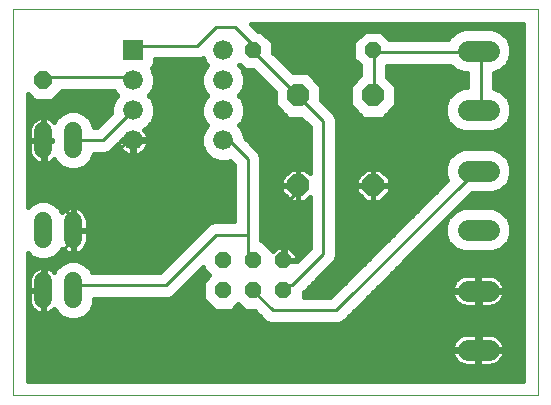
<source format=gtl>
G75*
%MOIN*%
%OFA0B0*%
%FSLAX25Y25*%
%IPPOS*%
%LPD*%
%AMOC8*
5,1,8,0,0,1.08239X$1,22.5*
%
%ADD10C,0.00000*%
%ADD11C,0.06000*%
%ADD12OC8,0.07500*%
%ADD13C,0.07050*%
%ADD14OC8,0.05200*%
%ADD15OC8,0.05600*%
%ADD16OC8,0.06000*%
%ADD17R,0.06600X0.06600*%
%ADD18C,0.06600*%
%ADD19C,0.01000*%
%ADD20C,0.01600*%
D10*
X0001800Y0001800D02*
X0001800Y0130501D01*
X0176721Y0130501D01*
X0176721Y0001800D01*
X0001800Y0001800D01*
D11*
X0011800Y0033800D02*
X0011800Y0039800D01*
X0021800Y0039800D02*
X0021800Y0033800D01*
X0021800Y0053800D02*
X0021800Y0059800D01*
X0011800Y0059800D02*
X0011800Y0053800D01*
X0011800Y0083800D02*
X0011800Y0089800D01*
X0021800Y0089800D02*
X0021800Y0083800D01*
D12*
X0096800Y0071800D03*
X0121800Y0071800D03*
X0121800Y0101800D03*
X0096800Y0101800D03*
D13*
X0153275Y0096957D02*
X0160325Y0096957D01*
X0160325Y0116643D02*
X0153275Y0116643D01*
X0153275Y0076643D02*
X0160325Y0076643D01*
X0160325Y0056957D02*
X0153275Y0056957D01*
X0153275Y0036643D02*
X0160325Y0036643D01*
X0160325Y0016957D02*
X0153275Y0016957D01*
D14*
X0121800Y0116800D03*
X0081800Y0116800D03*
D15*
X0081800Y0046800D03*
X0071800Y0046800D03*
X0071800Y0036800D03*
X0081800Y0036800D03*
X0091800Y0036800D03*
X0091800Y0046800D03*
D16*
X0011800Y0106800D03*
D17*
X0041800Y0116800D03*
D18*
X0041800Y0106800D03*
X0041800Y0096800D03*
X0041800Y0086800D03*
X0071800Y0086800D03*
X0071800Y0096800D03*
X0071800Y0106800D03*
X0071800Y0116800D03*
D19*
X0069500Y0124600D02*
X0063200Y0118300D01*
X0042200Y0118300D01*
X0041800Y0116800D01*
X0040100Y0107800D02*
X0041800Y0106800D01*
X0040100Y0107800D02*
X0012800Y0107800D01*
X0011800Y0106800D01*
X0011800Y0086800D02*
X0012800Y0086800D01*
X0012800Y0076300D01*
X0029600Y0076300D01*
X0040100Y0086800D01*
X0041800Y0086800D01*
X0040100Y0095200D02*
X0041800Y0096800D01*
X0040100Y0095200D02*
X0031700Y0086800D01*
X0021800Y0086800D01*
X0012800Y0076300D02*
X0012800Y0070000D01*
X0021200Y0061600D01*
X0021200Y0057400D01*
X0021800Y0056800D01*
X0023300Y0055300D01*
X0012800Y0044800D01*
X0012800Y0038500D01*
X0011800Y0036800D01*
X0021800Y0036800D02*
X0023300Y0038500D01*
X0052700Y0038500D01*
X0069500Y0055300D01*
X0080000Y0055300D01*
X0080000Y0046900D01*
X0081800Y0046800D01*
X0080000Y0055300D02*
X0080000Y0080500D01*
X0073700Y0086800D01*
X0071800Y0086800D01*
X0096800Y0101500D02*
X0096800Y0101800D01*
X0096800Y0101500D02*
X0105200Y0093100D01*
X0105200Y0049000D01*
X0094700Y0038500D01*
X0092600Y0038500D01*
X0091800Y0036800D01*
X0088400Y0030100D02*
X0109400Y0030100D01*
X0155600Y0076300D01*
X0156800Y0076643D01*
X0156800Y0096957D02*
X0157700Y0097300D01*
X0157700Y0116200D01*
X0156800Y0116643D01*
X0155600Y0116200D01*
X0122000Y0116200D01*
X0121800Y0116800D01*
X0122000Y0116200D02*
X0122000Y0103600D01*
X0121800Y0101800D01*
X0096800Y0101500D02*
X0082100Y0116200D01*
X0081800Y0116800D01*
X0082100Y0118300D01*
X0075800Y0124600D01*
X0069500Y0124600D01*
X0096800Y0071800D02*
X0096800Y0070000D01*
X0092600Y0065800D01*
X0092600Y0046900D01*
X0091800Y0046800D01*
X0081800Y0036800D02*
X0082100Y0036400D01*
X0088400Y0030100D01*
X0156800Y0036643D02*
X0157700Y0036400D01*
X0157700Y0017500D01*
X0156800Y0016957D01*
D20*
X0157175Y0016967D02*
X0171921Y0016967D01*
X0171921Y0018566D02*
X0165401Y0018566D01*
X0165519Y0018204D02*
X0165260Y0019002D01*
X0164879Y0019748D01*
X0164387Y0020426D01*
X0163794Y0021019D01*
X0163116Y0021512D01*
X0162369Y0021892D01*
X0161572Y0022151D01*
X0160744Y0022282D01*
X0157175Y0022282D01*
X0157175Y0017333D01*
X0156425Y0017333D01*
X0156425Y0022282D01*
X0152856Y0022282D01*
X0152028Y0022151D01*
X0151231Y0021892D01*
X0150484Y0021512D01*
X0149806Y0021019D01*
X0149213Y0020426D01*
X0148721Y0019748D01*
X0148340Y0019002D01*
X0148081Y0018204D01*
X0147950Y0017377D01*
X0147950Y0017332D01*
X0156425Y0017332D01*
X0156425Y0016582D01*
X0157175Y0016582D01*
X0157175Y0011632D01*
X0160744Y0011632D01*
X0161572Y0011764D01*
X0162369Y0012023D01*
X0163116Y0012403D01*
X0163794Y0012896D01*
X0164387Y0013488D01*
X0164879Y0014167D01*
X0165260Y0014913D01*
X0165519Y0015711D01*
X0165650Y0016538D01*
X0165650Y0016582D01*
X0157175Y0016582D01*
X0157175Y0017332D01*
X0165650Y0017332D01*
X0165650Y0017377D01*
X0165519Y0018204D01*
X0164577Y0020164D02*
X0171921Y0020164D01*
X0171921Y0021763D02*
X0162623Y0021763D01*
X0157175Y0021763D02*
X0156425Y0021763D01*
X0156425Y0020164D02*
X0157175Y0020164D01*
X0157175Y0018566D02*
X0156425Y0018566D01*
X0156425Y0016967D02*
X0006600Y0016967D01*
X0006600Y0018566D02*
X0148199Y0018566D01*
X0149023Y0020164D02*
X0006600Y0020164D01*
X0006600Y0021763D02*
X0150977Y0021763D01*
X0147950Y0016582D02*
X0147950Y0016538D01*
X0148081Y0015711D01*
X0148340Y0014913D01*
X0148721Y0014167D01*
X0149213Y0013488D01*
X0149806Y0012896D01*
X0150484Y0012403D01*
X0151231Y0012023D01*
X0152028Y0011764D01*
X0152856Y0011632D01*
X0156425Y0011632D01*
X0156425Y0016582D01*
X0147950Y0016582D01*
X0148192Y0015369D02*
X0006600Y0015369D01*
X0006600Y0013770D02*
X0149009Y0013770D01*
X0150938Y0012172D02*
X0006600Y0012172D01*
X0006600Y0010573D02*
X0171921Y0010573D01*
X0171921Y0008975D02*
X0006600Y0008975D01*
X0006600Y0007376D02*
X0171921Y0007376D01*
X0171921Y0006600D02*
X0006600Y0006600D01*
X0006600Y0049101D01*
X0007835Y0047866D01*
X0010408Y0046800D01*
X0013192Y0046800D01*
X0015765Y0047866D01*
X0017734Y0049835D01*
X0018102Y0050723D01*
X0018139Y0050673D01*
X0018673Y0050139D01*
X0019284Y0049695D01*
X0019957Y0049352D01*
X0020676Y0049118D01*
X0021422Y0049000D01*
X0021600Y0049000D01*
X0021600Y0056600D01*
X0022000Y0056600D01*
X0022000Y0057000D01*
X0021600Y0057000D01*
X0021600Y0064600D01*
X0021422Y0064600D01*
X0020676Y0064482D01*
X0019957Y0064248D01*
X0019284Y0063905D01*
X0018673Y0063461D01*
X0018139Y0062927D01*
X0018102Y0062877D01*
X0017734Y0063765D01*
X0015765Y0065734D01*
X0013192Y0066800D01*
X0010408Y0066800D01*
X0007835Y0065734D01*
X0006600Y0064499D01*
X0006600Y0102101D01*
X0008901Y0099800D01*
X0014699Y0099800D01*
X0018199Y0103300D01*
X0035348Y0103300D01*
X0035611Y0102665D01*
X0036476Y0101800D01*
X0035611Y0100935D01*
X0034500Y0098252D01*
X0034500Y0095964D01*
X0029836Y0091300D01*
X0028755Y0091300D01*
X0027734Y0093765D01*
X0025765Y0095734D01*
X0023192Y0096800D01*
X0020408Y0096800D01*
X0017835Y0095734D01*
X0015866Y0093765D01*
X0015498Y0092877D01*
X0015461Y0092927D01*
X0014927Y0093461D01*
X0014316Y0093905D01*
X0013643Y0094248D01*
X0012924Y0094482D01*
X0012178Y0094600D01*
X0012000Y0094600D01*
X0012000Y0087000D01*
X0011600Y0087000D01*
X0011600Y0094600D01*
X0011422Y0094600D01*
X0010676Y0094482D01*
X0009957Y0094248D01*
X0009284Y0093905D01*
X0008673Y0093461D01*
X0008139Y0092927D01*
X0007695Y0092316D01*
X0007352Y0091643D01*
X0007118Y0090924D01*
X0007000Y0090178D01*
X0007000Y0087000D01*
X0011600Y0087000D01*
X0011600Y0086600D01*
X0012000Y0086600D01*
X0014800Y0086600D01*
X0014800Y0087000D01*
X0012000Y0087000D01*
X0012000Y0086600D01*
X0012000Y0079000D01*
X0012178Y0079000D01*
X0012924Y0079118D01*
X0013643Y0079352D01*
X0014316Y0079695D01*
X0014927Y0080139D01*
X0015461Y0080673D01*
X0015498Y0080723D01*
X0015866Y0079835D01*
X0017835Y0077866D01*
X0020408Y0076800D01*
X0023192Y0076800D01*
X0025765Y0077866D01*
X0027734Y0079835D01*
X0028755Y0082300D01*
X0032595Y0082300D01*
X0034249Y0082985D01*
X0036836Y0085572D01*
X0037074Y0084842D01*
X0037438Y0084127D01*
X0037910Y0083478D01*
X0038478Y0082910D01*
X0039127Y0082438D01*
X0039842Y0082074D01*
X0040606Y0081826D01*
X0041399Y0081700D01*
X0041500Y0081700D01*
X0041500Y0086500D01*
X0042100Y0086500D01*
X0042100Y0087100D01*
X0046900Y0087100D01*
X0046900Y0087201D01*
X0046774Y0087994D01*
X0046526Y0088758D01*
X0046162Y0089473D01*
X0045690Y0090122D01*
X0045416Y0090396D01*
X0045935Y0090611D01*
X0047989Y0092665D01*
X0049100Y0095348D01*
X0049100Y0098252D01*
X0047989Y0100935D01*
X0047124Y0101800D01*
X0047989Y0102665D01*
X0049100Y0105348D01*
X0049100Y0108252D01*
X0048048Y0110791D01*
X0048491Y0111234D01*
X0049100Y0112704D01*
X0049100Y0113800D01*
X0064095Y0113800D01*
X0064988Y0114170D01*
X0065611Y0112665D01*
X0066476Y0111800D01*
X0065611Y0110935D01*
X0064500Y0108252D01*
X0064500Y0105348D01*
X0065611Y0102665D01*
X0066476Y0101800D01*
X0065611Y0100935D01*
X0064500Y0098252D01*
X0064500Y0095348D01*
X0065611Y0092665D01*
X0066476Y0091800D01*
X0065611Y0090935D01*
X0064500Y0088252D01*
X0064500Y0085348D01*
X0065611Y0082665D01*
X0067665Y0080611D01*
X0070348Y0079500D01*
X0073252Y0079500D01*
X0074231Y0079905D01*
X0075500Y0078636D01*
X0075500Y0059800D01*
X0068605Y0059800D01*
X0066951Y0059115D01*
X0065685Y0057849D01*
X0050836Y0043000D01*
X0028051Y0043000D01*
X0027734Y0043765D01*
X0025765Y0045734D01*
X0023192Y0046800D01*
X0020408Y0046800D01*
X0017835Y0045734D01*
X0015866Y0043765D01*
X0015498Y0042877D01*
X0015461Y0042927D01*
X0014927Y0043461D01*
X0014316Y0043905D01*
X0013643Y0044248D01*
X0012924Y0044482D01*
X0012178Y0044600D01*
X0012000Y0044600D01*
X0012000Y0037000D01*
X0011600Y0037000D01*
X0011600Y0044600D01*
X0011422Y0044600D01*
X0010676Y0044482D01*
X0009957Y0044248D01*
X0009284Y0043905D01*
X0008673Y0043461D01*
X0008139Y0042927D01*
X0007695Y0042316D01*
X0007352Y0041643D01*
X0007118Y0040924D01*
X0007000Y0040178D01*
X0007000Y0037000D01*
X0011600Y0037000D01*
X0011600Y0036600D01*
X0012000Y0036600D01*
X0012000Y0029000D01*
X0012178Y0029000D01*
X0012924Y0029118D01*
X0013643Y0029352D01*
X0014316Y0029695D01*
X0014927Y0030139D01*
X0015461Y0030673D01*
X0015498Y0030723D01*
X0015866Y0029835D01*
X0017835Y0027866D01*
X0020408Y0026800D01*
X0023192Y0026800D01*
X0025765Y0027866D01*
X0027734Y0029835D01*
X0028800Y0032408D01*
X0028800Y0034000D01*
X0053595Y0034000D01*
X0055249Y0034685D01*
X0065000Y0044436D01*
X0065000Y0043983D01*
X0067183Y0041800D01*
X0065000Y0039617D01*
X0065000Y0033983D01*
X0068983Y0030000D01*
X0074617Y0030000D01*
X0076800Y0032183D01*
X0078983Y0030000D01*
X0082136Y0030000D01*
X0084585Y0027551D01*
X0085851Y0026285D01*
X0087505Y0025600D01*
X0110295Y0025600D01*
X0111949Y0026285D01*
X0154781Y0069118D01*
X0161822Y0069118D01*
X0164588Y0070263D01*
X0166704Y0072380D01*
X0167850Y0075146D01*
X0167850Y0078139D01*
X0166704Y0080905D01*
X0164588Y0083022D01*
X0161822Y0084168D01*
X0151778Y0084168D01*
X0149012Y0083022D01*
X0146896Y0080905D01*
X0145750Y0078139D01*
X0145750Y0075146D01*
X0146433Y0073497D01*
X0107536Y0034600D01*
X0098600Y0034600D01*
X0098600Y0036036D01*
X0107749Y0045185D01*
X0109015Y0046451D01*
X0109700Y0048105D01*
X0109700Y0093995D01*
X0109015Y0095649D01*
X0104550Y0100114D01*
X0104550Y0105010D01*
X0100010Y0109550D01*
X0095114Y0109550D01*
X0088400Y0116264D01*
X0088400Y0119534D01*
X0084534Y0123400D01*
X0083364Y0123400D01*
X0081063Y0125701D01*
X0171921Y0125701D01*
X0171921Y0006600D01*
X0171921Y0012172D02*
X0162662Y0012172D01*
X0164591Y0013770D02*
X0171921Y0013770D01*
X0171921Y0015369D02*
X0165408Y0015369D01*
X0157175Y0015369D02*
X0156425Y0015369D01*
X0156425Y0013770D02*
X0157175Y0013770D01*
X0157175Y0012172D02*
X0156425Y0012172D01*
X0171921Y0023361D02*
X0006600Y0023361D01*
X0006600Y0024960D02*
X0171921Y0024960D01*
X0171921Y0026558D02*
X0112222Y0026558D01*
X0113821Y0028157D02*
X0171921Y0028157D01*
X0171921Y0029755D02*
X0115419Y0029755D01*
X0117018Y0031354D02*
X0152627Y0031354D01*
X0152856Y0031318D02*
X0156425Y0031318D01*
X0156425Y0036267D01*
X0157175Y0036267D01*
X0157175Y0031318D01*
X0160744Y0031318D01*
X0161572Y0031449D01*
X0162369Y0031708D01*
X0163116Y0032088D01*
X0163794Y0032581D01*
X0164387Y0033174D01*
X0164879Y0033852D01*
X0165260Y0034598D01*
X0165519Y0035396D01*
X0165650Y0036223D01*
X0165650Y0036267D01*
X0157175Y0036267D01*
X0157175Y0037018D01*
X0156425Y0037018D01*
X0156425Y0041968D01*
X0152856Y0041968D01*
X0152028Y0041836D01*
X0151231Y0041577D01*
X0150484Y0041197D01*
X0149806Y0040704D01*
X0149213Y0040112D01*
X0148721Y0039433D01*
X0148340Y0038687D01*
X0148081Y0037889D01*
X0147950Y0037062D01*
X0147950Y0037018D01*
X0156425Y0037018D01*
X0156425Y0036267D01*
X0147950Y0036267D01*
X0147950Y0036223D01*
X0148081Y0035396D01*
X0148340Y0034598D01*
X0148721Y0033852D01*
X0149213Y0033174D01*
X0149806Y0032581D01*
X0150484Y0032088D01*
X0151231Y0031708D01*
X0152028Y0031449D01*
X0152856Y0031318D01*
X0156425Y0031354D02*
X0157175Y0031354D01*
X0157175Y0032952D02*
X0156425Y0032952D01*
X0156425Y0034551D02*
X0157175Y0034551D01*
X0157175Y0036149D02*
X0156425Y0036149D01*
X0157175Y0037018D02*
X0165650Y0037018D01*
X0165650Y0037062D01*
X0165519Y0037889D01*
X0165260Y0038687D01*
X0164879Y0039433D01*
X0164387Y0040112D01*
X0163794Y0040704D01*
X0163116Y0041197D01*
X0162369Y0041577D01*
X0161572Y0041836D01*
X0160744Y0041968D01*
X0157175Y0041967D01*
X0157175Y0037018D01*
X0157175Y0037748D02*
X0156425Y0037748D01*
X0156425Y0039346D02*
X0157175Y0039346D01*
X0157175Y0040945D02*
X0156425Y0040945D01*
X0150137Y0040945D02*
X0126609Y0040945D01*
X0125010Y0039346D02*
X0148676Y0039346D01*
X0148059Y0037748D02*
X0123412Y0037748D01*
X0121813Y0036149D02*
X0147962Y0036149D01*
X0148364Y0034551D02*
X0120215Y0034551D01*
X0118616Y0032952D02*
X0149434Y0032952D01*
X0160973Y0031354D02*
X0171921Y0031354D01*
X0171921Y0032952D02*
X0164166Y0032952D01*
X0165236Y0034551D02*
X0171921Y0034551D01*
X0171921Y0036149D02*
X0165638Y0036149D01*
X0165541Y0037748D02*
X0171921Y0037748D01*
X0171921Y0039346D02*
X0164924Y0039346D01*
X0163463Y0040945D02*
X0171921Y0040945D01*
X0171921Y0042543D02*
X0128207Y0042543D01*
X0129806Y0044142D02*
X0171921Y0044142D01*
X0171921Y0045740D02*
X0131404Y0045740D01*
X0133003Y0047339D02*
X0171921Y0047339D01*
X0171921Y0048937D02*
X0134601Y0048937D01*
X0136200Y0050536D02*
X0149114Y0050536D01*
X0149012Y0050578D02*
X0151778Y0049432D01*
X0161822Y0049432D01*
X0164588Y0050578D01*
X0166704Y0052695D01*
X0167850Y0055461D01*
X0167850Y0058454D01*
X0166704Y0061220D01*
X0164588Y0063337D01*
X0161822Y0064482D01*
X0151778Y0064482D01*
X0149012Y0063337D01*
X0146896Y0061220D01*
X0145750Y0058454D01*
X0145750Y0055461D01*
X0146896Y0052695D01*
X0149012Y0050578D01*
X0147456Y0052134D02*
X0137798Y0052134D01*
X0139397Y0053733D02*
X0146466Y0053733D01*
X0145803Y0055332D02*
X0140995Y0055332D01*
X0142594Y0056930D02*
X0145750Y0056930D01*
X0145781Y0058529D02*
X0144193Y0058529D01*
X0145791Y0060127D02*
X0146443Y0060127D01*
X0147390Y0061726D02*
X0147401Y0061726D01*
X0148988Y0063324D02*
X0149000Y0063324D01*
X0150587Y0064923D02*
X0171921Y0064923D01*
X0171921Y0063324D02*
X0164600Y0063324D01*
X0166199Y0061726D02*
X0171921Y0061726D01*
X0171921Y0060127D02*
X0167157Y0060127D01*
X0167819Y0058529D02*
X0171921Y0058529D01*
X0171921Y0056930D02*
X0167850Y0056930D01*
X0167796Y0055332D02*
X0171921Y0055332D01*
X0171921Y0053733D02*
X0167134Y0053733D01*
X0166144Y0052134D02*
X0171921Y0052134D01*
X0171921Y0050536D02*
X0164486Y0050536D01*
X0171921Y0066521D02*
X0152185Y0066521D01*
X0153784Y0068120D02*
X0171921Y0068120D01*
X0171921Y0069718D02*
X0163272Y0069718D01*
X0165641Y0071317D02*
X0171921Y0071317D01*
X0171921Y0072915D02*
X0166926Y0072915D01*
X0167588Y0074514D02*
X0171921Y0074514D01*
X0171921Y0076112D02*
X0167850Y0076112D01*
X0167850Y0077711D02*
X0171921Y0077711D01*
X0171921Y0079309D02*
X0167365Y0079309D01*
X0166702Y0080908D02*
X0171921Y0080908D01*
X0171921Y0082506D02*
X0165103Y0082506D01*
X0161973Y0084105D02*
X0171921Y0084105D01*
X0171921Y0085703D02*
X0109700Y0085703D01*
X0109700Y0084105D02*
X0151627Y0084105D01*
X0148497Y0082506D02*
X0109700Y0082506D01*
X0109700Y0080908D02*
X0146898Y0080908D01*
X0146235Y0079309D02*
X0109700Y0079309D01*
X0109700Y0077711D02*
X0145750Y0077711D01*
X0145750Y0076112D02*
X0125337Y0076112D01*
X0124099Y0077350D02*
X0121900Y0077350D01*
X0121900Y0071900D01*
X0121700Y0071900D01*
X0121700Y0077350D01*
X0119501Y0077350D01*
X0116250Y0074099D01*
X0116250Y0071900D01*
X0121700Y0071900D01*
X0121700Y0071700D01*
X0116250Y0071700D01*
X0116250Y0069501D01*
X0119501Y0066250D01*
X0121700Y0066250D01*
X0121700Y0071700D01*
X0121900Y0071700D01*
X0121900Y0071900D01*
X0127350Y0071900D01*
X0127350Y0074099D01*
X0124099Y0077350D01*
X0121900Y0076112D02*
X0121700Y0076112D01*
X0121700Y0074514D02*
X0121900Y0074514D01*
X0121900Y0072915D02*
X0121700Y0072915D01*
X0121900Y0071700D02*
X0127350Y0071700D01*
X0127350Y0069501D01*
X0124099Y0066250D01*
X0121900Y0066250D01*
X0121900Y0071700D01*
X0121900Y0071317D02*
X0121700Y0071317D01*
X0121700Y0069718D02*
X0121900Y0069718D01*
X0121900Y0068120D02*
X0121700Y0068120D01*
X0121700Y0066521D02*
X0121900Y0066521D01*
X0124370Y0066521D02*
X0139457Y0066521D01*
X0141056Y0068120D02*
X0125968Y0068120D01*
X0127350Y0069718D02*
X0142654Y0069718D01*
X0144253Y0071317D02*
X0127350Y0071317D01*
X0127350Y0072915D02*
X0145851Y0072915D01*
X0146012Y0074514D02*
X0126935Y0074514D01*
X0118263Y0076112D02*
X0109700Y0076112D01*
X0109700Y0074514D02*
X0116665Y0074514D01*
X0116250Y0072915D02*
X0109700Y0072915D01*
X0109700Y0071317D02*
X0116250Y0071317D01*
X0116250Y0069718D02*
X0109700Y0069718D01*
X0109700Y0068120D02*
X0117632Y0068120D01*
X0119230Y0066521D02*
X0109700Y0066521D01*
X0109700Y0064923D02*
X0137859Y0064923D01*
X0136260Y0063324D02*
X0109700Y0063324D01*
X0109700Y0061726D02*
X0134662Y0061726D01*
X0133063Y0060127D02*
X0109700Y0060127D01*
X0109700Y0058529D02*
X0131465Y0058529D01*
X0129866Y0056930D02*
X0109700Y0056930D01*
X0109700Y0055332D02*
X0128268Y0055332D01*
X0126669Y0053733D02*
X0109700Y0053733D01*
X0109700Y0052134D02*
X0125071Y0052134D01*
X0123472Y0050536D02*
X0109700Y0050536D01*
X0109700Y0048937D02*
X0121874Y0048937D01*
X0120275Y0047339D02*
X0109383Y0047339D01*
X0108304Y0045740D02*
X0118677Y0045740D01*
X0117078Y0044142D02*
X0106706Y0044142D01*
X0105107Y0042543D02*
X0115479Y0042543D01*
X0113881Y0040945D02*
X0103509Y0040945D01*
X0101910Y0039346D02*
X0112282Y0039346D01*
X0110684Y0037748D02*
X0100312Y0037748D01*
X0098713Y0036149D02*
X0109085Y0036149D01*
X0097175Y0047339D02*
X0096400Y0047339D01*
X0096400Y0046900D02*
X0096400Y0048705D01*
X0093705Y0051400D01*
X0091900Y0051400D01*
X0091900Y0046900D01*
X0091700Y0046900D01*
X0091700Y0051400D01*
X0089895Y0051400D01*
X0088356Y0049861D01*
X0084617Y0053600D01*
X0084500Y0053600D01*
X0084500Y0081395D01*
X0083815Y0083049D01*
X0079100Y0087764D01*
X0079100Y0088252D01*
X0077989Y0090935D01*
X0077124Y0091800D01*
X0077989Y0092665D01*
X0079100Y0095348D01*
X0079100Y0098252D01*
X0077989Y0100935D01*
X0077124Y0101800D01*
X0077989Y0102665D01*
X0079100Y0105348D01*
X0079100Y0108252D01*
X0077989Y0110935D01*
X0077124Y0111800D01*
X0077295Y0111971D01*
X0079066Y0110200D01*
X0081736Y0110200D01*
X0089050Y0102886D01*
X0089050Y0098590D01*
X0093590Y0094050D01*
X0097886Y0094050D01*
X0100700Y0091236D01*
X0100700Y0075749D01*
X0099099Y0077350D01*
X0096900Y0077350D01*
X0096900Y0071900D01*
X0096700Y0071900D01*
X0096700Y0077350D01*
X0094501Y0077350D01*
X0091250Y0074099D01*
X0091250Y0071900D01*
X0096700Y0071900D01*
X0096700Y0071700D01*
X0091250Y0071700D01*
X0091250Y0069501D01*
X0094501Y0066250D01*
X0096700Y0066250D01*
X0096700Y0071700D01*
X0096900Y0071700D01*
X0096900Y0066250D01*
X0099099Y0066250D01*
X0100700Y0067851D01*
X0100700Y0050864D01*
X0096400Y0046564D01*
X0096400Y0046700D01*
X0091900Y0046700D01*
X0091900Y0046900D01*
X0096400Y0046900D01*
X0096168Y0048937D02*
X0098774Y0048937D01*
X0100372Y0050536D02*
X0094569Y0050536D01*
X0091900Y0050536D02*
X0091700Y0050536D01*
X0091700Y0048937D02*
X0091900Y0048937D01*
X0091900Y0047339D02*
X0091700Y0047339D01*
X0089031Y0050536D02*
X0087681Y0050536D01*
X0086082Y0052134D02*
X0100700Y0052134D01*
X0100700Y0053733D02*
X0084500Y0053733D01*
X0084500Y0055332D02*
X0100700Y0055332D01*
X0100700Y0056930D02*
X0084500Y0056930D01*
X0084500Y0058529D02*
X0100700Y0058529D01*
X0100700Y0060127D02*
X0084500Y0060127D01*
X0084500Y0061726D02*
X0100700Y0061726D01*
X0100700Y0063324D02*
X0084500Y0063324D01*
X0084500Y0064923D02*
X0100700Y0064923D01*
X0100700Y0066521D02*
X0099370Y0066521D01*
X0096900Y0066521D02*
X0096700Y0066521D01*
X0096700Y0068120D02*
X0096900Y0068120D01*
X0096900Y0069718D02*
X0096700Y0069718D01*
X0096700Y0071317D02*
X0096900Y0071317D01*
X0096900Y0072915D02*
X0096700Y0072915D01*
X0096700Y0074514D02*
X0096900Y0074514D01*
X0096900Y0076112D02*
X0096700Y0076112D01*
X0093263Y0076112D02*
X0084500Y0076112D01*
X0084500Y0074514D02*
X0091665Y0074514D01*
X0091250Y0072915D02*
X0084500Y0072915D01*
X0084500Y0071317D02*
X0091250Y0071317D01*
X0091250Y0069718D02*
X0084500Y0069718D01*
X0084500Y0068120D02*
X0092632Y0068120D01*
X0094230Y0066521D02*
X0084500Y0066521D01*
X0075500Y0066521D02*
X0013866Y0066521D01*
X0016577Y0064923D02*
X0075500Y0064923D01*
X0075500Y0063324D02*
X0025064Y0063324D01*
X0024927Y0063461D02*
X0025461Y0062927D01*
X0025905Y0062316D01*
X0026248Y0061643D01*
X0026482Y0060924D01*
X0026600Y0060178D01*
X0026600Y0057000D01*
X0022000Y0057000D01*
X0022000Y0064600D01*
X0022178Y0064600D01*
X0022924Y0064482D01*
X0023643Y0064248D01*
X0024316Y0063905D01*
X0024927Y0063461D01*
X0026206Y0061726D02*
X0075500Y0061726D01*
X0075500Y0060127D02*
X0026600Y0060127D01*
X0026600Y0058529D02*
X0066365Y0058529D01*
X0064766Y0056930D02*
X0022000Y0056930D01*
X0022000Y0056600D02*
X0026600Y0056600D01*
X0026600Y0053422D01*
X0026482Y0052676D01*
X0026248Y0051957D01*
X0025905Y0051284D01*
X0025461Y0050673D01*
X0024927Y0050139D01*
X0024316Y0049695D01*
X0023643Y0049352D01*
X0022924Y0049118D01*
X0022178Y0049000D01*
X0022000Y0049000D01*
X0022000Y0056600D01*
X0022000Y0055332D02*
X0021600Y0055332D01*
X0021600Y0053733D02*
X0022000Y0053733D01*
X0022000Y0052134D02*
X0021600Y0052134D01*
X0021600Y0050536D02*
X0022000Y0050536D01*
X0025324Y0050536D02*
X0058372Y0050536D01*
X0056774Y0048937D02*
X0016837Y0048937D01*
X0018025Y0050536D02*
X0018276Y0050536D01*
X0014494Y0047339D02*
X0055175Y0047339D01*
X0053576Y0045740D02*
X0025750Y0045740D01*
X0027358Y0044142D02*
X0051978Y0044142D01*
X0059910Y0039346D02*
X0065000Y0039346D01*
X0065000Y0037748D02*
X0058312Y0037748D01*
X0056713Y0036149D02*
X0065000Y0036149D01*
X0065000Y0034551D02*
X0054925Y0034551D01*
X0061509Y0040945D02*
X0066328Y0040945D01*
X0066440Y0042543D02*
X0063107Y0042543D01*
X0064706Y0044142D02*
X0065000Y0044142D01*
X0059971Y0052134D02*
X0026306Y0052134D01*
X0026600Y0053733D02*
X0061569Y0053733D01*
X0063168Y0055332D02*
X0026600Y0055332D01*
X0022000Y0058529D02*
X0021600Y0058529D01*
X0021600Y0060127D02*
X0022000Y0060127D01*
X0022000Y0061726D02*
X0021600Y0061726D01*
X0021600Y0063324D02*
X0022000Y0063324D01*
X0018536Y0063324D02*
X0017917Y0063324D01*
X0009734Y0066521D02*
X0006600Y0066521D01*
X0006600Y0068120D02*
X0075500Y0068120D01*
X0075500Y0069718D02*
X0006600Y0069718D01*
X0006600Y0071317D02*
X0075500Y0071317D01*
X0075500Y0072915D02*
X0006600Y0072915D01*
X0006600Y0074514D02*
X0075500Y0074514D01*
X0075500Y0076112D02*
X0006600Y0076112D01*
X0006600Y0077711D02*
X0018209Y0077711D01*
X0016391Y0079309D02*
X0013512Y0079309D01*
X0012000Y0079309D02*
X0011600Y0079309D01*
X0011600Y0079000D02*
X0011600Y0086600D01*
X0007000Y0086600D01*
X0007000Y0083422D01*
X0007118Y0082676D01*
X0007352Y0081957D01*
X0007695Y0081284D01*
X0008139Y0080673D01*
X0008673Y0080139D01*
X0009284Y0079695D01*
X0009957Y0079352D01*
X0010676Y0079118D01*
X0011422Y0079000D01*
X0011600Y0079000D01*
X0010088Y0079309D02*
X0006600Y0079309D01*
X0006600Y0080908D02*
X0007968Y0080908D01*
X0007173Y0082506D02*
X0006600Y0082506D01*
X0006600Y0084105D02*
X0007000Y0084105D01*
X0007000Y0085703D02*
X0006600Y0085703D01*
X0006600Y0087302D02*
X0007000Y0087302D01*
X0007000Y0088900D02*
X0006600Y0088900D01*
X0006600Y0090499D02*
X0007051Y0090499D01*
X0006600Y0092097D02*
X0007583Y0092097D01*
X0006600Y0093696D02*
X0008996Y0093696D01*
X0011600Y0093696D02*
X0012000Y0093696D01*
X0012000Y0092097D02*
X0011600Y0092097D01*
X0011600Y0090499D02*
X0012000Y0090499D01*
X0012000Y0088900D02*
X0011600Y0088900D01*
X0011600Y0087302D02*
X0012000Y0087302D01*
X0012000Y0085703D02*
X0011600Y0085703D01*
X0011600Y0084105D02*
X0012000Y0084105D01*
X0012000Y0082506D02*
X0011600Y0082506D01*
X0011600Y0080908D02*
X0012000Y0080908D01*
X0025391Y0077711D02*
X0075500Y0077711D01*
X0074827Y0079309D02*
X0027209Y0079309D01*
X0028179Y0080908D02*
X0067369Y0080908D01*
X0065770Y0082506D02*
X0044567Y0082506D01*
X0044473Y0082438D02*
X0045122Y0082910D01*
X0045690Y0083478D01*
X0046162Y0084127D01*
X0046526Y0084842D01*
X0046774Y0085606D01*
X0046900Y0086399D01*
X0046900Y0086500D01*
X0042100Y0086500D01*
X0042100Y0081700D01*
X0042201Y0081700D01*
X0042994Y0081826D01*
X0043758Y0082074D01*
X0044473Y0082438D01*
X0046146Y0084105D02*
X0065015Y0084105D01*
X0064500Y0085703D02*
X0046790Y0085703D01*
X0046884Y0087302D02*
X0064500Y0087302D01*
X0064769Y0088900D02*
X0046454Y0088900D01*
X0045663Y0090499D02*
X0065431Y0090499D01*
X0066179Y0092097D02*
X0047421Y0092097D01*
X0048416Y0093696D02*
X0065184Y0093696D01*
X0064522Y0095294D02*
X0049078Y0095294D01*
X0049100Y0096893D02*
X0064500Y0096893D01*
X0064599Y0098491D02*
X0049001Y0098491D01*
X0048339Y0100090D02*
X0065261Y0100090D01*
X0066365Y0101688D02*
X0047235Y0101688D01*
X0048246Y0103287D02*
X0065354Y0103287D01*
X0064692Y0104885D02*
X0048908Y0104885D01*
X0049100Y0106484D02*
X0064500Y0106484D01*
X0064500Y0108082D02*
X0049100Y0108082D01*
X0048508Y0109681D02*
X0065092Y0109681D01*
X0065956Y0111279D02*
X0048510Y0111279D01*
X0049100Y0112878D02*
X0065523Y0112878D01*
X0077644Y0111279D02*
X0077987Y0111279D01*
X0078508Y0109681D02*
X0082255Y0109681D01*
X0083854Y0108082D02*
X0079100Y0108082D01*
X0079100Y0106484D02*
X0085452Y0106484D01*
X0087051Y0104885D02*
X0078908Y0104885D01*
X0078246Y0103287D02*
X0088649Y0103287D01*
X0089050Y0101688D02*
X0077235Y0101688D01*
X0078339Y0100090D02*
X0089050Y0100090D01*
X0089149Y0098491D02*
X0079001Y0098491D01*
X0079100Y0096893D02*
X0090747Y0096893D01*
X0092346Y0095294D02*
X0079078Y0095294D01*
X0078416Y0093696D02*
X0098240Y0093696D01*
X0099839Y0092097D02*
X0077421Y0092097D01*
X0078169Y0090499D02*
X0100700Y0090499D01*
X0100700Y0088900D02*
X0078831Y0088900D01*
X0079562Y0087302D02*
X0100700Y0087302D01*
X0100700Y0085703D02*
X0081161Y0085703D01*
X0082759Y0084105D02*
X0100700Y0084105D01*
X0100700Y0082506D02*
X0084040Y0082506D01*
X0084500Y0080908D02*
X0100700Y0080908D01*
X0100700Y0079309D02*
X0084500Y0079309D01*
X0084500Y0077711D02*
X0100700Y0077711D01*
X0100700Y0076112D02*
X0100337Y0076112D01*
X0109700Y0087302D02*
X0171921Y0087302D01*
X0171921Y0088900D02*
X0109700Y0088900D01*
X0109700Y0090499D02*
X0149204Y0090499D01*
X0149012Y0090578D02*
X0151778Y0089432D01*
X0161822Y0089432D01*
X0164588Y0090578D01*
X0166704Y0092695D01*
X0167850Y0095461D01*
X0167850Y0098454D01*
X0166704Y0101220D01*
X0164588Y0103337D01*
X0162200Y0104326D01*
X0162200Y0109274D01*
X0164588Y0110263D01*
X0166704Y0112380D01*
X0167850Y0115146D01*
X0167850Y0118139D01*
X0166704Y0120905D01*
X0164588Y0123022D01*
X0161822Y0124168D01*
X0151778Y0124168D01*
X0149012Y0123022D01*
X0146896Y0120905D01*
X0146811Y0120700D01*
X0127234Y0120700D01*
X0124534Y0123400D01*
X0119066Y0123400D01*
X0115200Y0119534D01*
X0115200Y0114066D01*
X0117500Y0111766D01*
X0117500Y0108460D01*
X0114050Y0105010D01*
X0114050Y0098590D01*
X0118590Y0094050D01*
X0125010Y0094050D01*
X0129550Y0098590D01*
X0129550Y0105010D01*
X0126500Y0108060D01*
X0126500Y0111700D01*
X0147576Y0111700D01*
X0149012Y0110263D01*
X0151778Y0109118D01*
X0153200Y0109118D01*
X0153200Y0104482D01*
X0151778Y0104482D01*
X0149012Y0103337D01*
X0146896Y0101220D01*
X0145750Y0098454D01*
X0145750Y0095461D01*
X0146896Y0092695D01*
X0149012Y0090578D01*
X0147493Y0092097D02*
X0109700Y0092097D01*
X0109700Y0093696D02*
X0146481Y0093696D01*
X0145819Y0095294D02*
X0126254Y0095294D01*
X0127853Y0096893D02*
X0145750Y0096893D01*
X0145765Y0098491D02*
X0129451Y0098491D01*
X0129550Y0100090D02*
X0146427Y0100090D01*
X0147364Y0101688D02*
X0129550Y0101688D01*
X0129550Y0103287D02*
X0148962Y0103287D01*
X0153200Y0104885D02*
X0129550Y0104885D01*
X0128076Y0106484D02*
X0153200Y0106484D01*
X0153200Y0108082D02*
X0126500Y0108082D01*
X0126500Y0109681D02*
X0150418Y0109681D01*
X0147996Y0111279D02*
X0126500Y0111279D01*
X0117500Y0111279D02*
X0093385Y0111279D01*
X0094983Y0109681D02*
X0117500Y0109681D01*
X0117122Y0108082D02*
X0101478Y0108082D01*
X0103076Y0106484D02*
X0115524Y0106484D01*
X0114050Y0104885D02*
X0104550Y0104885D01*
X0104550Y0103287D02*
X0114050Y0103287D01*
X0114050Y0101688D02*
X0104550Y0101688D01*
X0104574Y0100090D02*
X0114050Y0100090D01*
X0114149Y0098491D02*
X0106173Y0098491D01*
X0107771Y0096893D02*
X0115747Y0096893D01*
X0117346Y0095294D02*
X0109162Y0095294D01*
X0116388Y0112878D02*
X0091786Y0112878D01*
X0090188Y0114476D02*
X0115200Y0114476D01*
X0115200Y0116075D02*
X0088589Y0116075D01*
X0088400Y0117673D02*
X0115200Y0117673D01*
X0115200Y0119272D02*
X0088400Y0119272D01*
X0087063Y0120870D02*
X0116537Y0120870D01*
X0118135Y0122469D02*
X0085465Y0122469D01*
X0082696Y0124068D02*
X0151537Y0124068D01*
X0148460Y0122469D02*
X0125465Y0122469D01*
X0127063Y0120870D02*
X0146881Y0120870D01*
X0162063Y0124068D02*
X0171921Y0124068D01*
X0171921Y0125666D02*
X0081098Y0125666D01*
X0036365Y0101688D02*
X0016588Y0101688D01*
X0018186Y0103287D02*
X0035354Y0103287D01*
X0035261Y0100090D02*
X0014989Y0100090D01*
X0017395Y0095294D02*
X0006600Y0095294D01*
X0006600Y0096893D02*
X0034500Y0096893D01*
X0034599Y0098491D02*
X0006600Y0098491D01*
X0006600Y0100090D02*
X0008611Y0100090D01*
X0007012Y0101688D02*
X0006600Y0101688D01*
X0014604Y0093696D02*
X0015837Y0093696D01*
X0026205Y0095294D02*
X0033830Y0095294D01*
X0032232Y0093696D02*
X0027763Y0093696D01*
X0028425Y0092097D02*
X0030633Y0092097D01*
X0037764Y0086500D02*
X0038364Y0087100D01*
X0041500Y0087100D01*
X0041500Y0086500D01*
X0037764Y0086500D01*
X0037454Y0084105D02*
X0035369Y0084105D01*
X0033093Y0082506D02*
X0039033Y0082506D01*
X0041500Y0082506D02*
X0042100Y0082506D01*
X0042100Y0084105D02*
X0041500Y0084105D01*
X0041500Y0085703D02*
X0042100Y0085703D01*
X0007023Y0064923D02*
X0006600Y0064923D01*
X0006600Y0048937D02*
X0006763Y0048937D01*
X0006600Y0047339D02*
X0009106Y0047339D01*
X0006600Y0045740D02*
X0017850Y0045740D01*
X0016242Y0044142D02*
X0013851Y0044142D01*
X0012000Y0044142D02*
X0011600Y0044142D01*
X0011600Y0042543D02*
X0012000Y0042543D01*
X0009749Y0044142D02*
X0006600Y0044142D01*
X0006600Y0042543D02*
X0007860Y0042543D01*
X0007125Y0040945D02*
X0006600Y0040945D01*
X0006600Y0039346D02*
X0007000Y0039346D01*
X0007000Y0037748D02*
X0006600Y0037748D01*
X0007000Y0036600D02*
X0007000Y0033422D01*
X0007118Y0032676D01*
X0007352Y0031957D01*
X0007695Y0031284D01*
X0008139Y0030673D01*
X0008673Y0030139D01*
X0009284Y0029695D01*
X0009957Y0029352D01*
X0010676Y0029118D01*
X0011422Y0029000D01*
X0011600Y0029000D01*
X0011600Y0036600D01*
X0007000Y0036600D01*
X0007000Y0036149D02*
X0006600Y0036149D01*
X0006600Y0034551D02*
X0007000Y0034551D01*
X0007074Y0032952D02*
X0006600Y0032952D01*
X0006600Y0031354D02*
X0007659Y0031354D01*
X0006600Y0029755D02*
X0009201Y0029755D01*
X0011600Y0029755D02*
X0012000Y0029755D01*
X0012000Y0031354D02*
X0011600Y0031354D01*
X0011600Y0032952D02*
X0012000Y0032952D01*
X0012000Y0034551D02*
X0011600Y0034551D01*
X0011600Y0036149D02*
X0012000Y0036149D01*
X0012000Y0037748D02*
X0011600Y0037748D01*
X0011600Y0039346D02*
X0012000Y0039346D01*
X0012000Y0040945D02*
X0011600Y0040945D01*
X0014399Y0029755D02*
X0015945Y0029755D01*
X0017544Y0028157D02*
X0006600Y0028157D01*
X0006600Y0026558D02*
X0085578Y0026558D01*
X0083979Y0028157D02*
X0026056Y0028157D01*
X0027655Y0029755D02*
X0082381Y0029755D01*
X0077629Y0031354D02*
X0075970Y0031354D01*
X0067629Y0031354D02*
X0028363Y0031354D01*
X0028800Y0032952D02*
X0066031Y0032952D01*
X0162200Y0104885D02*
X0171921Y0104885D01*
X0171921Y0103287D02*
X0164638Y0103287D01*
X0166236Y0101688D02*
X0171921Y0101688D01*
X0171921Y0100090D02*
X0167173Y0100090D01*
X0167835Y0098491D02*
X0171921Y0098491D01*
X0171921Y0096893D02*
X0167850Y0096893D01*
X0167781Y0095294D02*
X0171921Y0095294D01*
X0171921Y0093696D02*
X0167119Y0093696D01*
X0166107Y0092097D02*
X0171921Y0092097D01*
X0171921Y0090499D02*
X0164396Y0090499D01*
X0162200Y0106484D02*
X0171921Y0106484D01*
X0171921Y0108082D02*
X0162200Y0108082D01*
X0163182Y0109681D02*
X0171921Y0109681D01*
X0171921Y0111279D02*
X0165604Y0111279D01*
X0166911Y0112878D02*
X0171921Y0112878D01*
X0171921Y0114476D02*
X0167573Y0114476D01*
X0167850Y0116075D02*
X0171921Y0116075D01*
X0171921Y0117673D02*
X0167850Y0117673D01*
X0167381Y0119272D02*
X0171921Y0119272D01*
X0171921Y0120870D02*
X0166719Y0120870D01*
X0165140Y0122469D02*
X0171921Y0122469D01*
M02*

</source>
